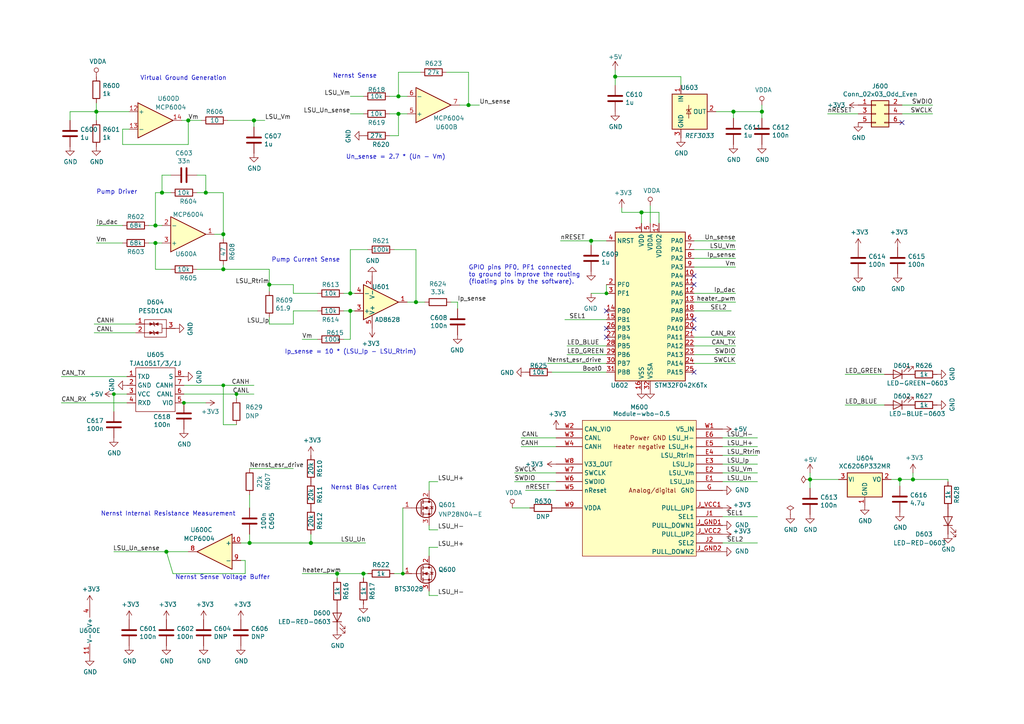
<source format=kicad_sch>
(kicad_sch (version 20211123) (generator eeschema)
  (paper "A4")
  (title_block (title "WBO") (date "2021-09-28") (rev "0.5") (company "rusefi.com"))
  (junction (at 135.89 30.48) (diameter 1.016))
  (junction (at 220.98 32.385) (diameter 1.016))
  (junction (at 171.45 69.85) (diameter 1.016))
  (junction (at 54.61 34.925) (diameter 1.016))
  (junction (at 234.95 139.065) (diameter 1.016))
  (junction (at 115.57 33.02) (diameter 1.016))
  (junction (at 64.77 111.76))
  (junction (at 72.39 157.48) (diameter 1.016))
  (junction (at 90.17 157.48) (diameter 1.016))
  (junction (at 101.6 85.09) (diameter 1.016))
  (junction (at 260.985 139.065) (diameter 1.016))
  (junction (at 116.84 166.37))
  (junction (at 264.795 139.065) (diameter 1.016))
  (junction (at 27.94 32.385) (diameter 1.016))
  (junction (at 33.02 114.3))
  (junction (at 48.26 160.02) (diameter 1.016))
  (junction (at 97.79 166.37) (diameter 1.016))
  (junction (at 178.435 22.225) (diameter 1.016))
  (junction (at 73.66 34.925) (diameter 1.016))
  (junction (at 64.77 78.105) (diameter 1.016))
  (junction (at 115.57 27.94) (diameter 1.016))
  (junction (at 78.105 82.55) (diameter 1.016))
  (junction (at 105.41 166.37) (diameter 1.016))
  (junction (at 101.6 90.17) (diameter 1.016))
  (junction (at 45.085 65.405) (diameter 1.016))
  (junction (at 46.99 55.88) (diameter 1.016))
  (junction (at 59.69 55.88) (diameter 1.016))
  (junction (at 68.58 114.3))
  (junction (at 175.895 85.09))
  (junction (at 186.055 61.595) (diameter 1.016))
  (junction (at 212.725 32.385) (diameter 1.016))
  (junction (at 120.65 87.63) (diameter 1.016))
  (junction (at 53.34 116.84))
  (junction (at 45.085 70.485) (diameter 1.016))
  (junction (at 64.77 67.945) (diameter 1.016))
  (no_connect (at 175.895 95.25))
  (no_connect (at 175.895 97.79))
  (no_connect (at 201.295 107.95))
  (no_connect (at 201.295 92.71))
  (no_connect (at 201.295 95.25))
  (no_connect (at 175.895 90.17))
  (no_connect (at 261.62 35.56))
  (no_connect (at 201.295 82.55))
  (no_connect (at 201.295 80.01))
  (wire (pts (xy 64.77 123.19) (xy 64.77 111.76)))
  (wire (pts (xy 73.66 114.3) (xy 68.58 114.3)))
  (wire (pts (xy 113.03 33.02) (xy 115.57 33.02)))
  (wire (pts (xy 87.63 98.425) (xy 92.075 98.425)))
  (wire (pts (xy 191.135 61.595) (xy 191.135 64.77)))
  (wire (pts (xy 213.36 77.47) (xy 201.295 77.47)))
  (wire (pts (xy 220.98 32.385) (xy 220.98 34.29)))
  (wire (pts (xy 27.305 93.98) (xy 39.37 93.98)))
  (wire (pts (xy 124.46 153.67) (xy 127 153.67)))
  (wire (pts (xy 164.465 102.87) (xy 175.895 102.87)))
  (wire (pts (xy 264.795 139.065) (xy 260.985 139.065)))
  (wire (pts (xy 48.26 160.02) (xy 50.165 166.37)))
  (wire (pts (xy 163.83 92.71) (xy 175.895 92.71)))
  (wire (pts (xy 76.835 34.925) (xy 73.66 34.925)))
  (wire (pts (xy 213.36 85.09) (xy 201.295 85.09)))
  (wire (pts (xy 46.99 55.88) (xy 49.53 55.88)))
  (wire (pts (xy 101.6 27.94) (xy 105.41 27.94)))
  (wire (pts (xy 99.695 98.425) (xy 101.6 98.425)))
  (wire (pts (xy 64.77 111.76) (xy 73.66 111.76)))
  (wire (pts (xy 264.795 139.065) (xy 274.955 139.065)))
  (wire (pts (xy 264.795 137.16) (xy 264.795 139.065)))
  (wire (pts (xy 20.32 32.385) (xy 27.94 32.385)))
  (wire (pts (xy 270.51 33.02) (xy 261.62 33.02)))
  (wire (pts (xy 45.085 65.405) (xy 46.99 65.405)))
  (wire (pts (xy 139.065 30.48) (xy 135.89 30.48)))
  (wire (pts (xy 85.09 82.55) (xy 85.09 85.09)))
  (wire (pts (xy 171.45 69.85) (xy 162.56 69.85)))
  (wire (pts (xy 35.56 41.91) (xy 54.61 41.91)))
  (wire (pts (xy 68.58 114.3) (xy 68.58 115.57)))
  (wire (pts (xy 64.77 78.105) (xy 78.105 78.105)))
  (wire (pts (xy 72.39 157.48) (xy 90.17 157.48)))
  (wire (pts (xy 99.695 85.09) (xy 101.6 85.09)))
  (wire (pts (xy 20.32 34.925) (xy 20.32 32.385)))
  (wire (pts (xy 209.55 139.7) (xy 219.71 139.7)))
  (wire (pts (xy 72.39 147.32) (xy 72.39 143.51)))
  (wire (pts (xy 78.105 82.55) (xy 85.09 82.55)))
  (wire (pts (xy 33.02 114.3) (xy 33.02 119.38)))
  (wire (pts (xy 124.46 152.4) (xy 124.46 153.67)))
  (wire (pts (xy 180.34 61.595) (xy 180.34 60.325)))
  (wire (pts (xy 106.68 72.39) (xy 101.6 72.39)))
  (wire (pts (xy 114.3 72.39) (xy 120.65 72.39)))
  (wire (pts (xy 85.09 135.89) (xy 72.39 135.89)))
  (wire (pts (xy 220.98 30.48) (xy 220.98 32.385)))
  (wire (pts (xy 49.53 50.8) (xy 46.99 50.8)))
  (wire (pts (xy 17.78 116.84) (xy 36.83 116.84)))
  (wire (pts (xy 64.77 55.88) (xy 64.77 67.945)))
  (wire (pts (xy 78.105 84.455) (xy 78.105 82.55)))
  (wire (pts (xy 180.34 61.595) (xy 186.055 61.595)))
  (wire (pts (xy 64.77 78.105) (xy 64.77 76.835)))
  (wire (pts (xy 27.94 29.845) (xy 27.94 32.385)))
  (wire (pts (xy 90.17 154.94) (xy 90.17 157.48)))
  (wire (pts (xy 245.11 108.585) (xy 256.54 108.585)))
  (wire (pts (xy 106.68 166.37) (xy 105.41 166.37)))
  (wire (pts (xy 116.84 166.37) (xy 114.3 166.37)))
  (wire (pts (xy 69.85 157.48) (xy 72.39 157.48)))
  (wire (pts (xy 240.03 33.02) (xy 248.92 33.02)))
  (wire (pts (xy 124.46 171.45) (xy 124.46 172.72)))
  (wire (pts (xy 124.46 172.72) (xy 127 172.72)))
  (wire (pts (xy 68.58 123.19) (xy 64.77 123.19)))
  (wire (pts (xy 99.695 90.17) (xy 101.6 90.17)))
  (wire (pts (xy 64.77 69.215) (xy 64.77 67.945)))
  (wire (pts (xy 213.36 97.79) (xy 201.295 97.79)))
  (wire (pts (xy 59.69 55.88) (xy 64.77 55.88)))
  (wire (pts (xy 209.55 127) (xy 219.71 127)))
  (wire (pts (xy 73.66 36.83) (xy 73.66 34.925)))
  (wire (pts (xy 50.165 166.37) (xy 71.12 166.37)))
  (wire (pts (xy 116.84 147.32) (xy 116.84 166.37)))
  (wire (pts (xy 148.59 147.32) (xy 153.67 147.32)))
  (wire (pts (xy 33.02 114.3) (xy 36.83 114.3)))
  (wire (pts (xy 243.205 139.065) (xy 234.95 139.065)))
  (wire (pts (xy 201.295 102.87) (xy 213.36 102.87)))
  (wire (pts (xy 261.62 30.48) (xy 270.51 30.48)))
  (wire (pts (xy 135.89 20.955) (xy 135.89 30.48)))
  (wire (pts (xy 57.15 55.88) (xy 59.69 55.88)))
  (wire (pts (xy 245.11 117.475) (xy 256.54 117.475)))
  (wire (pts (xy 120.65 87.63) (xy 123.19 87.63)))
  (wire (pts (xy 115.57 39.37) (xy 113.03 39.37)))
  (wire (pts (xy 64.77 67.945) (xy 62.23 67.945)))
  (wire (pts (xy 132.715 87.63) (xy 130.81 87.63)))
  (wire (pts (xy 54.61 41.91) (xy 54.61 34.925)))
  (wire (pts (xy 209.55 149.86) (xy 219.71 149.86)))
  (wire (pts (xy 59.69 116.84) (xy 53.34 116.84)))
  (wire (pts (xy 45.085 55.88) (xy 46.99 55.88)))
  (wire (pts (xy 71.12 166.37) (xy 71.12 162.56)))
  (wire (pts (xy 115.57 33.02) (xy 118.11 33.02)))
  (wire (pts (xy 27.305 96.52) (xy 39.37 96.52)))
  (wire (pts (xy 46.99 50.8) (xy 46.99 55.88)))
  (wire (pts (xy 209.55 132.08) (xy 219.71 132.08)))
  (wire (pts (xy 197.485 22.225) (xy 178.435 22.225)))
  (wire (pts (xy 105.41 166.37) (xy 105.41 167.64)))
  (wire (pts (xy 54.61 34.925) (xy 52.705 34.925)))
  (wire (pts (xy 118.11 27.94) (xy 115.57 27.94)))
  (wire (pts (xy 186.055 64.77) (xy 186.055 61.595)))
  (wire (pts (xy 45.085 78.105) (xy 45.085 70.485)))
  (wire (pts (xy 101.6 90.17) (xy 101.6 98.425)))
  (wire (pts (xy 45.085 55.88) (xy 45.085 65.405)))
  (wire (pts (xy 27.94 70.485) (xy 35.56 70.485)))
  (wire (pts (xy 27.94 65.405) (xy 35.56 65.405)))
  (wire (pts (xy 161.29 139.7) (xy 149.225 139.7)))
  (wire (pts (xy 37.465 37.465) (xy 35.56 37.465)))
  (wire (pts (xy 72.39 157.48) (xy 72.39 154.94)))
  (wire (pts (xy 213.36 72.39) (xy 201.295 72.39)))
  (wire (pts (xy 207.645 32.385) (xy 212.725 32.385)))
  (wire (pts (xy 209.55 134.62) (xy 219.71 134.62)))
  (wire (pts (xy 178.435 24.765) (xy 178.435 22.225)))
  (wire (pts (xy 27.94 32.385) (xy 37.465 32.385)))
  (wire (pts (xy 178.435 22.225) (xy 178.435 20.32)))
  (wire (pts (xy 124.46 139.7) (xy 127 139.7)))
  (wire (pts (xy 78.105 78.105) (xy 78.105 82.55)))
  (wire (pts (xy 97.79 167.64) (xy 97.79 166.37)))
  (wire (pts (xy 149.225 137.16) (xy 161.29 137.16)))
  (wire (pts (xy 53.34 111.76) (xy 64.77 111.76)))
  (wire (pts (xy 234.95 137.16) (xy 234.95 139.065)))
  (wire (pts (xy 171.45 85.09) (xy 175.895 85.09)))
  (wire (pts (xy 120.65 87.63) (xy 118.11 87.63)))
  (wire (pts (xy 73.66 34.925) (xy 66.04 34.925)))
  (wire (pts (xy 161.29 129.54) (xy 151.13 129.54)))
  (wire (pts (xy 92.075 90.17) (xy 85.09 90.17)))
  (wire (pts (xy 160.02 107.95) (xy 175.895 107.95)))
  (wire (pts (xy 201.295 90.17) (xy 212.09 90.17)))
  (wire (pts (xy 186.055 61.595) (xy 191.135 61.595)))
  (wire (pts (xy 175.895 85.09) (xy 175.895 82.55)))
  (wire (pts (xy 27.94 32.385) (xy 27.94 34.925)))
  (wire (pts (xy 17.78 109.22) (xy 36.83 109.22)))
  (wire (pts (xy 201.295 74.93) (xy 213.36 74.93)))
  (wire (pts (xy 85.09 93.98) (xy 78.105 93.98)))
  (wire (pts (xy 120.65 72.39) (xy 120.65 87.63)))
  (wire (pts (xy 101.6 33.02) (xy 105.41 33.02)))
  (wire (pts (xy 35.56 37.465) (xy 35.56 41.91)))
  (wire (pts (xy 161.29 127) (xy 151.13 127)))
  (wire (pts (xy 85.09 90.17) (xy 85.09 93.98)))
  (wire (pts (xy 209.55 137.16) (xy 219.71 137.16)))
  (wire (pts (xy 33.02 160.02) (xy 48.26 160.02)))
  (wire (pts (xy 171.45 71.12) (xy 171.45 69.85)))
  (wire (pts (xy 53.34 114.3) (xy 68.58 114.3)))
  (wire (pts (xy 57.15 50.8) (xy 59.69 50.8)))
  (wire (pts (xy 124.46 142.24) (xy 124.46 139.7)))
  (wire (pts (xy 132.715 89.535) (xy 132.715 87.63)))
  (wire (pts (xy 209.55 157.48) (xy 219.71 157.48)))
  (wire (pts (xy 71.12 162.56) (xy 69.85 162.56)))
  (wire (pts (xy 129.54 20.955) (xy 135.89 20.955)))
  (wire (pts (xy 152.4 142.24) (xy 161.29 142.24)))
  (wire (pts (xy 188.595 64.77) (xy 188.595 59.69)))
  (wire (pts (xy 158.75 105.41) (xy 175.895 105.41)))
  (wire (pts (xy 175.895 69.85) (xy 171.45 69.85)))
  (wire (pts (xy 212.725 32.385) (xy 212.725 34.29)))
  (wire (pts (xy 213.36 105.41) (xy 201.295 105.41)))
  (wire (pts (xy 115.57 39.37) (xy 115.57 33.02)))
  (wire (pts (xy 49.53 78.105) (xy 45.085 78.105)))
  (wire (pts (xy 115.57 20.955) (xy 121.92 20.955)))
  (wire (pts (xy 87.63 166.37) (xy 97.79 166.37)))
  (wire (pts (xy 115.57 27.94) (xy 113.03 27.94)))
  (wire (pts (xy 85.09 85.09) (xy 92.075 85.09)))
  (wire (pts (xy 197.485 24.765) (xy 197.485 22.225)))
  (wire (pts (xy 58.42 34.925) (xy 54.61 34.925)))
  (wire (pts (xy 101.6 85.09) (xy 102.87 85.09)))
  (wire (pts (xy 101.6 90.17) (xy 102.87 90.17)))
  (wire (pts (xy 101.6 72.39) (xy 101.6 85.09)))
  (wire (pts (xy 201.295 100.33) (xy 213.36 100.33)))
  (wire (pts (xy 78.105 92.075) (xy 78.105 93.98)))
  (wire (pts (xy 164.465 100.33) (xy 175.895 100.33)))
  (wire (pts (xy 90.17 157.48) (xy 106.045 157.48)))
  (wire (pts (xy 124.46 158.75) (xy 127 158.75)))
  (wire (pts (xy 124.46 161.29) (xy 124.46 158.75)))
  (wire (pts (xy 135.89 30.48) (xy 133.35 30.48)))
  (wire (pts (xy 201.295 69.85) (xy 213.36 69.85)))
  (wire (pts (xy 234.95 139.065) (xy 234.95 141.605)))
  (wire (pts (xy 45.085 70.485) (xy 46.99 70.485)))
  (wire (pts (xy 213.36 87.63) (xy 201.295 87.63)))
  (wire (pts (xy 43.18 65.405) (xy 45.085 65.405)))
  (wire (pts (xy 59.69 50.8) (xy 59.69 55.88)))
  (wire (pts (xy 209.55 129.54) (xy 219.71 129.54)))
  (wire (pts (xy 260.985 140.97) (xy 260.985 139.065)))
  (wire (pts (xy 212.725 32.385) (xy 220.98 32.385)))
  (wire (pts (xy 57.15 78.105) (xy 64.77 78.105)))
  (wire (pts (xy 274.955 139.065) (xy 274.955 139.7)))
  (wire (pts (xy 97.79 166.37) (xy 105.41 166.37)))
  (wire (pts (xy 43.18 70.485) (xy 45.085 70.485)))
  (wire (pts (xy 48.26 160.02) (xy 54.61 160.02)))
  (wire (pts (xy 115.57 27.94) (xy 115.57 20.955)))
  (wire (pts (xy 260.985 139.065) (xy 258.445 139.065)))
  (text "Nernst Sense" (at 96.52 22.86 0) (effects (font (size 1.27 1.27)) (justify left bottom)))
  (text "Pump Driver" (at 27.94 56.515 0) (effects (font (size 1.27 1.27)) (justify left bottom)))
  (text "Virtual Ground Generation" (at 40.64 23.495 0) (effects (font (size 1.27 1.27)) (justify left bottom)))
  (text "Nernst Internal Resistance Measurement" (at 29.21 149.86 0) (effects (font (size 1.27 1.27)) (justify left bottom)))
  (text "Nernst Bias Current" (at 95.885 142.24 0) (effects (font (size 1.27 1.27)) (justify left bottom)))
  (text "Nernst Sense Voltage Buffer" (at 50.8 168.275 0) (effects (font (size 1.27 1.27)) (justify left bottom)))
  (text "Un_sense = 2.7 * (Un - Vm)" (at 100.33 46.355 0) (effects (font (size 1.27 1.27)) (justify left bottom)))
  (text "Pump Current Sense" (at 78.74 76.2 0) (effects (font (size 1.27 1.27)) (justify left bottom)))
  (text "Ip_sense = 10 * (LSU_Ip - LSU_Rtrim)" (at 82.55 102.87 0) (effects (font (size 1.27 1.27)) (justify left bottom)))
  (text "GPIO pins PF0, PF1 connected \nto ground to improve the routing\n(floating pins by the software)." (at 135.89 82.55 0) (effects (font (size 1.27 1.27)) (justify left bottom)))
  (label "LSU_H-" (at 127 153.67 0))
  (label "Nernst_esr_drive" (at 158.75 105.41 0))
  (label "LSU_Vm" (at 210.82 137.16 0))
  (label "LSU_Vm" (at 213.36 72.39 180))
  (label "LSU_Un" (at 210.82 139.7 0))
  (label "LSU_Vm" (at 101.6 27.94 180))
  (label "Vm" (at 27.94 70.485 0))
  (label "LSU_Ip" (at 78.105 93.98 180))
  (label "SWDIO" (at 149.225 139.7 0))
  (label "CANH" (at 72.39 111.76 180))
  (label "heater_pwm" (at 213.36 87.63 180))
  (label "LSU_Rtrim" (at 210.82 132.08 0))
  (label "Vm" (at 54.61 34.925 0))
  (label "LSU_H-" (at 210.82 127 0))
  (label "LSU_Un" (at 106.045 157.48 180))
  (label "LED_GREEN" (at 245.11 108.585 0))
  (label "nRESET" (at 162.56 69.85 0))
  (label "Vm" (at 87.63 98.425 0))
  (label "Nernst_esr_drive" (at 72.39 135.89 0))
  (label "nRESET" (at 240.03 33.02 0))
  (label "nRESET" (at 152.4 142.24 0))
  (label "LSU_Un_sense" (at 101.6 33.02 180))
  (label "LED_BLUE" (at 164.465 100.33 0))
  (label "Boot0" (at 168.91 107.95 0))
  (label "LSU_Vm" (at 76.835 34.925 0))
  (label "Vm" (at 213.36 77.47 180))
  (label "CAN_TX" (at 213.36 100.33 180))
  (label "Un_sense" (at 139.065 30.48 0))
  (label "LSU_Rtrim" (at 78.105 82.55 180))
  (label "Un_sense" (at 213.36 69.85 180))
  (label "CANH" (at 27.94 93.98 0))
  (label "Ip_sense" (at 132.715 87.63 0))
  (label "LSU_Ip" (at 210.82 134.62 0))
  (label "SWCLK" (at 149.225 137.16 0))
  (label "CANL" (at 27.94 96.52 0))
  (label "Ip_dac" (at 213.36 85.09 180))
  (label "Ip_sense" (at 213.36 74.93 180))
  (label "LED_BLUE" (at 245.11 117.475 0))
  (label "CAN_TX" (at 17.78 109.22 0))
  (label "SWDIO" (at 213.36 102.87 180))
  (label "Ip_dac" (at 27.94 65.405 0))
  (label "LSU_Un_sense" (at 46.355 160.02 180))
  (label "SWCLK" (at 213.36 105.41 180))
  (label "SEL1" (at 165.1 92.71 0))
  (label "LSU_H+" (at 210.82 129.54 0))
  (label "SEL1" (at 210.82 149.86 0))
  (label "heater_pwm" (at 87.63 166.37 0))
  (label "SWDIO" (at 270.51 30.48 180))
  (label "CANH" (at 156.21 129.54 180))
  (label "CANL" (at 72.39 114.3 180))
  (label "CAN_RX" (at 17.78 116.84 0))
  (label "CANL" (at 156.21 127 180))
  (label "CAN_RX" (at 213.36 97.79 180))
  (label "SEL2" (at 210.82 157.48 0))
  (label "LSU_H-" (at 127 172.72 0))
  (label "SWCLK" (at 270.51 33.02 180))
  (label "LSU_H+" (at 127 158.75 0))
  (label "LSU_H+" (at 127 139.7 0))
  (label "LED_GREEN" (at 164.465 102.87 0))
  (label "SEL2" (at 210.82 90.17 180))
  (symbol (lib_id "hellen1-wbo-rescue:R-Device") (at 109.22 33.02 90) (unit 1)
    (property "Reference" "R619" (at 109.22 35.56 90))
    (property "Value" "10k" (at 109.22 33.02 90))
    (property "Footprint" "Resistor_SMD:R_0402_1005Metric" (effects hide))
    (property "LCSC" "C25744" (effects hide))
  )
  (symbol (lib_id "hellen1-wbo-rescue:R-Device") (at 109.22 27.94 90) (unit 1)
    (property "Reference" "R618" (at 109.22 26.035 90))
    (property "Value" "10k" (at 109.22 27.94 90))
    (property "Footprint" "Resistor_SMD:R_0402_1005Metric" (effects hide))
    (property "LCSC" "C25744" (effects hide))
  )
  (symbol (lib_id "hellen1-wbo-rescue:R-Device") (at 125.73 20.955 90) (unit 1)
    (property "Reference" "R623" (at 125.73 18.415 90))
    (property "Value" "27k" (at 125.73 20.955 90))
    (property "Footprint" "Resistor_SMD:R_0402_1005Metric" (effects hide))
    (property "LCSC" "C25771" (effects hide))
  )
  (symbol (lib_id "hellen1-wbo-rescue:R-Device") (at 109.22 39.37 270) (unit 1)
    (property "Reference" "R620" (at 107.95 41.91 90) (effects (justify left)))
    (property "Value" "27k" (at 107.315 39.37 90) (effects (justify left)))
    (property "Footprint" "Resistor_SMD:R_0402_1005Metric" (effects hide))
    (property "LCSC" "C25771" (effects hide))
  )
  (symbol (lib_id "hellen1-wbo-rescue:GND-power") (at 105.41 39.37 270) (unit 1)
    (property "Reference" "#PWR0616" (effects hide))
    (property "Value" "GND" (at 101.0158 39.497 0))
  )
  (symbol (lib_id "hellen1-wbo-rescue:R-Device") (at 78.105 88.265 0) (unit 1)
    (property "Reference" "R609" (at 79.883 87.0966 0) (effects (justify left)))
    (property "Value" "61.9" (at 79.883 89.408 0) (effects (justify left)))
    (property "Footprint" "Resistor_SMD:R_0603_1608Metric" (effects hide))
    (property "LCSC" "C23092" (effects hide))
  )
  (symbol (lib_id "hellen1-wbo-rescue:R-Device") (at 27.94 26.035 0) (unit 1)
    (property "Reference" "R600" (at 29.718 24.8666 0) (effects (justify left)))
    (property "Value" "1k" (at 29.718 27.178 0) (effects (justify left)))
    (property "Footprint" "Resistor_SMD:R_0402_1005Metric" (effects hide))
    (property "LCSC" "C11702" (effects hide))
  )
  (symbol (lib_id "hellen1-wbo-rescue:R-Device") (at 27.94 38.735 0) (unit 1)
    (property "Reference" "R601" (at 29.718 37.5666 0) (effects (justify left)))
    (property "Value" "1k" (at 29.718 39.878 0) (effects (justify left)))
    (property "Footprint" "Resistor_SMD:R_0402_1005Metric" (effects hide))
    (property "LCSC" "C11702" (effects hide))
  )
  (symbol (lib_id "hellen1-wbo-rescue:GND-power") (at 27.94 42.545 0) (unit 1)
    (property "Reference" "#PWR0604" (effects hide))
    (property "Value" "GND" (at 28.067 46.9392 0))
  )
  (symbol (lib_id "hellen1-wbo-rescue:C-Device") (at 20.32 38.735 0) (unit 1)
    (property "Reference" "C600" (at 23.241 37.5666 0) (effects (justify left)))
    (property "Value" "1u" (at 23.241 39.878 0) (effects (justify left)))
    (property "Footprint" "Capacitor_SMD:C_0402_1005Metric" (effects hide))
    (property "LCSC" "C52923" (effects hide))
  )
  (symbol (lib_id "hellen1-wbo-rescue:GND-power") (at 20.32 42.545 0) (unit 1)
    (property "Reference" "#PWR0600" (effects hide))
    (property "Value" "GND" (at 20.447 46.9392 0))
  )
  (symbol (lib_id "hellen1-wbo-rescue:C-Device") (at 72.39 151.13 180) (unit 1)
    (property "Reference" "C605" (at 78.7908 151.13 90))
    (property "Value" "100n" (at 76.4794 151.13 90))
    (property "Footprint" "Capacitor_SMD:C_0402_1005Metric" (effects hide))
    (property "LCSC" "C1525" (effects hide))
  )
  (symbol (lib_id "hellen1-wbo-rescue:R-Device") (at 72.39 139.7 180) (unit 1)
    (property "Reference" "R607" (at 77.6478 139.7 90))
    (property "Value" "22k" (at 75.3364 139.7 90))
    (property "Footprint" "Resistor_SMD:R_0402_1005Metric" (effects hide))
    (property "LCSC" "C25768" (effects hide))
  )
  (symbol (lib_id "hellen1-wbo-rescue:R-Device") (at 95.885 85.09 270) (unit 1)
    (property "Reference" "R613" (at 95.885 82.55 90))
    (property "Value" "10k" (at 95.885 85.09 90))
    (property "Footprint" "Resistor_SMD:R_0402_1005Metric" (effects hide))
    (property "LCSC" "C25744" (effects hide))
  )
  (symbol (lib_id "hellen1-wbo-rescue:R-Device") (at 95.885 90.17 270) (unit 1)
    (property "Reference" "R614" (at 95.885 92.71 90))
    (property "Value" "10k" (at 95.885 90.17 90))
    (property "Footprint" "Resistor_SMD:R_0402_1005Metric" (effects hide))
    (property "LCSC" "C25744" (effects hide))
  )
  (symbol (lib_id "hellen1-wbo-rescue:R-Device") (at 95.885 98.425 270) (unit 1)
    (property "Reference" "R615" (at 94.615 96.52 90) (effects (justify left)))
    (property "Value" "100k" (at 93.98 98.425 90) (effects (justify left)))
    (property "Footprint" "Resistor_SMD:R_0402_1005Metric" (effects hide))
    (property "LCSC" "C25741" (effects hide))
  )
  (symbol (lib_id "hellen1-wbo-rescue:R-Device") (at 62.23 34.925 270) (unit 1)
    (property "Reference" "R606" (at 62.23 32.385 90))
    (property "Value" "10" (at 62.23 34.925 90))
    (property "Footprint" "Resistor_SMD:R_0402_1005Metric" (effects hide))
    (property "LCSC" "C25077" (effects hide))
  )
  (symbol (lib_id "hellen1-wbo-rescue:R-Device") (at 110.49 72.39 270) (unit 1)
    (property "Reference" "R621" (at 110.49 69.85 90))
    (property "Value" "100k" (at 110.49 72.39 90))
    (property "Footprint" "Resistor_SMD:R_0402_1005Metric" (effects hide))
    (property "LCSC" "C25741" (effects hide))
  )
  (symbol (lib_id "hellen1-wbo-rescue:R-Device") (at 64.77 73.025 180) (unit 1)
    (property "Reference" "R608" (at 67.31 73.025 90))
    (property "Value" "47" (at 64.77 73.025 90))
    (property "Footprint" "Resistor_SMD:R_0402_1005Metric" (effects hide))
    (property "LCSC" "C25118" (effects hide))
  )
  (symbol (lib_id "hellen1-wbo-rescue:C-Device") (at 73.66 40.64 0) (unit 1)
    (property "Reference" "C607" (at 76.581 39.4716 0) (effects (justify left)))
    (property "Value" "1u" (at 76.581 41.783 0) (effects (justify left)))
    (property "Footprint" "Capacitor_SMD:C_0402_1005Metric" (effects hide))
    (property "LCSC" "C52923" (effects hide))
  )
  (symbol (lib_id "hellen1-wbo-rescue:GND-power") (at 73.66 44.45 0) (unit 1)
    (property "Reference" "#PWR0613" (effects hide))
    (property "Value" "GND" (at 73.787 48.8442 0))
  )
  (symbol (lib_id "hellen1-wbo-rescue:C-Device") (at 234.95 145.415 0) (unit 1)
    (property "Reference" "C613" (at 237.871 144.2466 0) (effects (justify left)))
    (property "Value" "100n" (at 237.871 146.558 0) (effects (justify left)))
    (property "Footprint" "Capacitor_SMD:C_0402_1005Metric" (effects hide))
    (property "LCSC" "C1525" (effects hide))
  )
  (symbol (lib_id "hellen1-wbo-rescue:GND-power") (at 234.95 149.225 0) (unit 1)
    (property "Reference" "#PWR0637" (effects hide))
    (property "Value" "GND" (at 235.077 153.6192 0))
  )
  (symbol (lib_id "hellen1-wbo-rescue:+5V-power") (at 234.95 137.16 0) (unit 1)
    (property "Reference" "#PWR0636" (effects hide))
    (property "Value" "+5V" (at 234.95 133.35 0))
  )
  (symbol (lib_id "hellen1-wbo-rescue:XC6206PxxxMR-Regulator_Linear") (at 250.825 139.065 0) (unit 1)
    (property "Reference" "U604" (at 250.825 132.9182 0))
    (property "Value" "XC6206P332MR" (at 250.825 135.2296 0))
    (property "Footprint" "Package_TO_SOT_SMD:SOT-23" (effects hide))
    (property "Datasheet" "https://www.torexsemi.com/file/xc6206/XC6206.pdf" (effects hide))
    (property "LCSC" "C5446" (effects hide))
  )
  (symbol (lib_id "hellen1-wbo-rescue:GND-power") (at 250.825 146.685 0) (unit 1)
    (property "Reference" "#PWR0642" (effects hide))
    (property "Value" "GND" (at 250.952 151.0792 0))
  )
  (symbol (lib_id "hellen1-wbo-rescue:C-Device") (at 260.985 144.78 0) (unit 1)
    (property "Reference" "C616" (at 263.906 143.6116 0) (effects (justify left)))
    (property "Value" "4.7u" (at 263.906 145.923 0) (effects (justify left)))
    (property "Footprint" "Capacitor_SMD:C_0603_1608Metric" (effects hide))
    (property "LCSC" "C19666" (effects hide))
  )
  (symbol (lib_id "hellen1-wbo-rescue:GND-power") (at 260.985 148.59 0) (unit 1)
    (property "Reference" "#PWR0645" (effects hide))
    (property "Value" "GND" (at 261.112 152.9842 0))
  )
  (symbol (lib_id "hellen1-wbo-rescue:+3.3V-power") (at 264.795 137.16 0) (unit 1)
    (property "Reference" "#PWR0646" (effects hide))
    (property "Value" "+3.3V" (at 265.176 132.7658 0))
  )
  (symbol (lib_id "hellen1-wbo-rescue:R-Device") (at 90.17 151.13 180) (unit 1)
    (property "Reference" "R612" (at 92.71 151.13 90))
    (property "Value" "20k" (at 90.17 151.13 90))
    (property "Footprint" "Resistor_SMD:R_0402_1005Metric" (effects hide))
    (property "LCSC" "C25765" (effects hide))
  )
  (symbol (lib_id "hellen1-wbo-rescue:R-Device") (at 53.34 55.88 270) (unit 1)
    (property "Reference" "R604" (at 52.07 58.42 90) (effects (justify left)))
    (property "Value" "10k" (at 51.435 55.88 90) (effects (justify left)))
    (property "Footprint" "Resistor_SMD:R_0402_1005Metric" (effects hide))
    (property "LCSC" "C25744" (effects hide))
  )
  (symbol (lib_id "hellen1-wbo-rescue:R-Device") (at 53.34 78.105 270) (unit 1)
    (property "Reference" "R605" (at 52.07 80.645 90) (effects (justify left)))
    (property "Value" "10k" (at 51.435 78.105 90) (effects (justify left)))
    (property "Footprint" "Resistor_SMD:R_0402_1005Metric" (effects hide))
    (property "LCSC" "C25744" (effects hide))
  )
  (symbol (lib_id "hellen1-wbo-rescue:R-Device") (at 39.37 70.485 270) (unit 1)
    (property "Reference" "R603" (at 39.37 73.025 90))
    (property "Value" "68k" (at 39.37 70.485 90))
    (property "Footprint" "Resistor_SMD:R_0402_1005Metric" (effects hide))
    (property "LCSC" "C36871" (effects hide))
  )
  (symbol (lib_id "hellen1-wbo-rescue:R-Device") (at 39.37 65.405 90) (unit 1)
    (property "Reference" "R602" (at 39.37 62.865 90))
    (property "Value" "68k" (at 39.37 65.405 90))
    (property "Footprint" "Resistor_SMD:R_0402_1005Metric" (effects hide))
    (property "LCSC" "C36871" (effects hide))
  )
  (symbol (lib_id "hellen1-wbo-rescue:MCP6004-Amplifier_Operational") (at 125.73 30.48 0) (mirror x) (unit 2)
    (property "Reference" "U600" (at 129.54 36.83 0))
    (property "Value" "MCP6004" (at 130.175 34.29 0))
    (property "Footprint" "Package_SO:TSSOP-14_4.4x5mm_P0.65mm" (effects hide))
    (property "Datasheet" "http://ww1.microchip.com/downloads/en/DeviceDoc/21733j.pdf" (effects hide))
    (property "LCSC" "C50282" (effects hide))
  )
  (symbol (lib_id "hellen1-wbo-rescue:MCP6004-Amplifier_Operational") (at 54.61 67.945 0) (mirror x) (unit 1)
    (property "Reference" "U600" (at 53.975 73.66 0))
    (property "Value" "MCP6004" (at 54.61 62.23 0))
    (property "Footprint" "Package_SO:TSSOP-14_4.4x5mm_P0.65mm" (effects hide))
    (property "Datasheet" "http://ww1.microchip.com/downloads/en/DeviceDoc/21733j.pdf" (effects hide))
    (property "LCSC" "C50282" (effects hide))
  )
  (symbol (lib_id "hellen1-wbo-rescue:MCP6004-Amplifier_Operational") (at 62.23 160.02 0) (mirror y) (unit 3)
    (property "Reference" "U600" (at 58.42 153.67 0))
    (property "Value" "MCP6004" (at 57.785 156.21 0))
    (property "Footprint" "Package_SO:TSSOP-14_4.4x5mm_P0.65mm" (effects hide))
    (property "Datasheet" "http://ww1.microchip.com/downloads/en/DeviceDoc/21733j.pdf" (effects hide))
    (property "LCSC" "C50282" (effects hide))
  )
  (symbol (lib_id "hellen1-wbo-rescue:MCP6004-Amplifier_Operational") (at 45.085 34.925 0) (unit 4)
    (property "Reference" "U600" (at 48.895 28.575 0))
    (property "Value" "MCP6004" (at 49.53 31.115 0))
    (property "Footprint" "Package_SO:TSSOP-14_4.4x5mm_P0.65mm" (effects hide))
    (property "Datasheet" "http://ww1.microchip.com/downloads/en/DeviceDoc/21733j.pdf" (effects hide))
    (property "LCSC" "C50282" (effects hide))
  )
  (symbol (lib_id "hellen1-wbo-rescue:C-Device") (at 53.34 50.8 270) (unit 1)
    (property "Reference" "C603" (at 53.34 44.3992 90))
    (property "Value" "33n" (at 53.34 46.7106 90))
    (property "Footprint" "Capacitor_SMD:C_0402_1005Metric" (effects hide))
    (property "LCSC" "C1585" (effects hide))
  )
  (symbol (lib_id "hellen1-wbo-rescue:+3.3V-power") (at 180.34 60.325 0) (unit 1)
    (property "Reference" "#PWR0625" (effects hide))
    (property "Value" "+3.3V" (at 180.721 55.9308 0))
  )
  (symbol (lib_id "hellen1-wbo-rescue:C-Device") (at 212.725 38.1 0) (unit 1)
    (property "Reference" "C611" (at 215.646 36.9316 0) (effects (justify left)))
    (property "Value" "1u" (at 215.646 39.243 0) (effects (justify left)))
    (property "Footprint" "Capacitor_SMD:C_0402_1005Metric" (effects hide))
    (property "LCSC" "C52923" (effects hide))
  )
  (symbol (lib_id "hellen1-wbo-rescue:C-Device") (at 220.98 38.1 0) (unit 1)
    (property "Reference" "C612" (at 223.901 36.9316 0) (effects (justify left)))
    (property "Value" "100n" (at 223.901 39.243 0) (effects (justify left)))
    (property "Footprint" "Capacitor_SMD:C_0402_1005Metric" (effects hide))
    (property "LCSC" "C1525" (effects hide))
  )
  (symbol (lib_id "hellen1-wbo-rescue:GND-power") (at 212.725 41.91 0) (unit 1)
    (property "Reference" "#PWR0632" (effects hide))
    (property "Value" "GND" (at 212.852 46.3042 0))
  )
  (symbol (lib_id "hellen1-wbo-rescue:GND-power") (at 220.98 41.91 0) (unit 1)
    (property "Reference" "#PWR0634" (effects hide))
    (property "Value" "GND" (at 221.107 46.3042 0))
  )
  (symbol (lib_id "hellen1-wbo-rescue:+3.3V-power") (at 90.17 132.08 0) (unit 1)
    (property "Reference" "#PWR0614" (effects hide))
    (property "Value" "+3.3V" (at 90.551 127.6858 0))
  )
  (symbol (lib_id "hellen1-wbo-rescue:MCP6004-Amplifier_Operational") (at 28.575 182.88 0) (unit 5)
    (property "Reference" "U600" (at 26.035 182.88 0))
    (property "Value" "MCP6004" (effects hide))
    (property "Footprint" "Package_SO:TSSOP-14_4.4x5mm_P0.65mm" (effects hide))
    (property "Datasheet" "http://ww1.microchip.com/downloads/en/DeviceDoc/21733j.pdf" (effects hide))
    (property "LCSC" "C50282" (effects hide))
  )
  (symbol (lib_id "hellen1-wbo-rescue:GND-power") (at 26.035 190.5 0) (unit 1)
    (property "Reference" "#PWR0602" (effects hide))
    (property "Value" "GND" (at 26.162 194.8942 0))
  )
  (symbol (lib_id "hellen1-wbo-rescue:+3.3V-power") (at 107.95 95.25 180) (unit 1)
    (property "Reference" "#PWR0619" (effects hide))
    (property "Value" "+3.3V" (at 107.569 99.6442 0))
  )
  (symbol (lib_id "hellen1-wbo-rescue:+3.3V-power") (at 26.035 175.26 0) (unit 1)
    (property "Reference" "#PWR0601" (effects hide))
    (property "Value" "+3.3V" (at 26.416 170.8658 0))
  )
  (symbol (lib_id "hellen1-wbo-rescue:AD8603-Amplifier_Operational") (at 110.49 87.63 0) (mirror x) (unit 1)
    (property "Reference" "U601" (at 110.49 83.185 0))
    (property "Value" "AD8628" (at 112.395 92.71 0))
    (property "Footprint" "Package_TO_SOT_SMD:TSOT-23-5" (effects hide))
    (property "Datasheet" "https://www.analog.com/media/en/technical-documentation/data-sheets/AD8603_8607_8609.pdf" (effects hide))
    (property "LCSC" "C29309" (effects hide))
  )
  (symbol (lib_id "hellen1-wbo-rescue:GND-power") (at 107.95 80.01 0) (mirror x) (unit 1)
    (property "Reference" "#PWR0618" (effects hide))
    (property "Value" "GND" (at 108.077 75.6158 0))
  )
  (symbol (lib_id "hellen1-wbo-rescue:LED-Device") (at 260.35 117.475 180) (unit 1)
    (property "Reference" "D602" (at 259.08 114.935 0) (effects (justify right)))
    (property "Value" "LED-BLUE-0603" (at 257.81 120.015 0) (effects (justify right)))
    (property "Footprint" "LED_SMD:LED_0603_1608Metric" (effects hide))
    (property "LCSC" "C72041" (effects hide))
  )
  (symbol (lib_id "hellen1-wbo-rescue:R-Device") (at 267.97 117.475 270) (unit 1)
    (property "Reference" "R627" (at 267.97 114.935 90))
    (property "Value" "1k" (at 267.97 117.475 90))
    (property "Footprint" "Resistor_SMD:R_0402_1005Metric" (effects hide))
    (property "LCSC" "C11702" (effects hide))
  )
  (symbol (lib_id "hellen1-wbo-rescue:GND-power") (at 271.78 117.475 90) (unit 1)
    (property "Reference" "#PWR0648" (effects hide))
    (property "Value" "GND" (at 276.1742 117.348 0))
  )
  (symbol (lib_id "hellen1-wbo-rescue:GND-power") (at 186.055 113.03 0) (unit 1)
    (property "Reference" "#PWR0626" (effects hide))
    (property "Value" "GND" (effects hide))
  )
  (symbol (lib_id "hellen1-wbo-rescue:GND-power") (at 188.595 113.03 0) (unit 1)
    (property "Reference" "#PWR0628" (effects hide))
    (property "Value" "GND" (effects hide))
  )
  (symbol (lib_id "hellen1-wbo-rescue:GND-power") (at 59.055 187.325 0) (unit 1)
    (property "Reference" "#PWR0610" (effects hide))
    (property "Value" "GND" (at 59.182 191.7192 0))
  )
  (symbol (lib_id "hellen1-wbo-rescue:+3.3V-power") (at 59.055 179.705 0) (unit 1)
    (property "Reference" "#PWR0609" (effects hide))
    (property "Value" "+3.3V" (at 59.436 175.3108 0))
  )
  (symbol (lib_id "hellen1-wbo-rescue:C-Device") (at 59.055 183.515 0) (unit 1)
    (property "Reference" "C604" (at 61.976 182.3466 0) (effects (justify left)))
    (property "Value" "DNP" (at 61.976 184.658 0) (effects (justify left)))
    (property "Footprint" "Capacitor_SMD:C_0402_1005Metric" (effects hide))
  )
  (symbol (lib_id "hellen1-wbo-rescue:GND-power") (at 69.85 187.325 0) (unit 1)
    (property "Reference" "#PWR0612" (effects hide))
    (property "Value" "GND" (at 69.977 191.7192 0))
  )
  (symbol (lib_id "hellen1-wbo-rescue:+3.3V-power") (at 69.85 179.705 0) (unit 1)
    (property "Reference" "#PWR0611" (effects hide))
    (property "Value" "+3.3V" (at 70.231 175.3108 0))
  )
  (symbol (lib_id "hellen1-wbo-rescue:C-Device") (at 69.85 183.515 0) (unit 1)
    (property "Reference" "C606" (at 72.771 182.3466 0) (effects (justify left)))
    (property "Value" "DNP" (at 72.771 184.658 0) (effects (justify left)))
    (property "Footprint" "Capacitor_SMD:C_0402_1005Metric" (effects hide))
  )
  (symbol (lib_id "hellen1-wbo-rescue:R-Device") (at 90.17 143.51 180) (unit 1)
    (property "Reference" "R611" (at 92.71 143.51 90))
    (property "Value" "20k" (at 90.17 143.51 90))
    (property "Footprint" "Resistor_SMD:R_0402_1005Metric" (effects hide))
    (property "LCSC" "C25765" (effects hide))
  )
  (symbol (lib_id "hellen1-wbo-rescue:LED-Device") (at 274.955 151.13 90) (unit 1)
    (property "Reference" "D603" (at 265.43 154.94 90) (effects (justify right)))
    (property "Value" "LED-RED-0603" (at 259.08 157.48 90) (effects (justify right)))
    (property "Footprint" "LED_SMD:LED_0603_1608Metric" (effects hide))
    (property "LCSC" "C2286" (effects hide))
  )
  (symbol (lib_id "hellen1-wbo-rescue:R-Device") (at 274.955 143.51 180) (unit 1)
    (property "Reference" "R628" (at 277.495 143.51 90))
    (property "Value" "1k" (at 274.955 143.51 90))
    (property "Footprint" "Resistor_SMD:R_0402_1005Metric" (effects hide))
    (property "LCSC" "C11702" (effects hide))
  )
  (symbol (lib_id "hellen1-wbo-rescue:GND-power") (at 274.955 154.94 0) (unit 1)
    (property "Reference" "#PWR0649" (effects hide))
    (property "Value" "GND" (at 275.082 159.3342 0))
  )
  (symbol (lib_id "hellen1-wbo-rescue:GND-power") (at 48.26 187.325 0) (unit 1)
    (property "Reference" "#PWR0608" (effects hide))
    (property "Value" "GND" (at 48.387 191.7192 0))
  )
  (symbol (lib_id "hellen1-wbo-rescue:+3.3V-power") (at 48.26 179.705 0) (unit 1)
    (property "Reference" "#PWR0607" (effects hide))
    (property "Value" "+3.3V" (at 48.641 175.3108 0))
  )
  (symbol (lib_id "hellen1-wbo-rescue:C-Device") (at 48.26 183.515 0) (unit 1)
    (property "Reference" "C602" (at 51.181 182.3466 0) (effects (justify left)))
    (property "Value" "100n" (at 51.181 184.658 0) (effects (justify left)))
    (property "Footprint" "Capacitor_SMD:C_0402_1005Metric" (effects hide))
    (property "LCSC" "C1525" (effects hide))
  )
  (symbol (lib_id "hellen1-wbo-rescue:C-Device") (at 171.45 74.93 0) (unit 1)
    (property "Reference" "C609" (at 174.371 73.7616 0) (effects (justify left)))
    (property "Value" "1u" (at 174.371 76.073 0) (effects (justify left)))
    (property "Footprint" "Capacitor_SMD:C_0402_1005Metric" (effects hide))
    (property "LCSC" "C52923" (effects hide))
  )
  (symbol (lib_id "hellen1-wbo-rescue:GND-power") (at 171.45 78.74 0) (unit 1)
    (property "Reference" "#PWR0622" (effects hide))
    (property "Value" "GND" (effects hide))
  )
  (symbol (lib_id "hellen1-wbo-rescue:C-Device") (at 132.715 93.345 0) (mirror y) (unit 1)
    (property "Reference" "C608" (at 129.794 92.1766 0) (effects (justify left)))
    (property "Value" "100n" (at 129.794 94.488 0) (effects (justify left)))
    (property "Footprint" "Capacitor_SMD:C_0402_1005Metric" (effects hide))
    (property "LCSC" "C1525" (effects hide))
  )
  (symbol (lib_id "hellen1-wbo-rescue:R-Device") (at 127 87.63 90) (mirror x) (unit 1)
    (property "Reference" "R624" (at 127 82.3722 90))
    (property "Value" "3.3k" (at 127 84.6836 90))
    (property "Footprint" "Resistor_SMD:R_0402_1005Metric" (effects hide))
    (property "LCSC" "C25890" (effects hide))
  )
  (symbol (lib_id "hellen1-wbo-rescue:GND-power") (at 132.715 97.155 0) (mirror y) (unit 1)
    (property "Reference" "#PWR0620" (effects hide))
    (property "Value" "GND" (at 132.588 101.5492 0))
  )
  (symbol (lib_id "hellen1-wbo-rescue:REF3033-Reference_Voltage") (at 200.025 32.385 0) (unit 1)
    (property "Reference" "U603" (at 202.565 25.4 0) (effects (justify right)))
    (property "Value" "REF3033" (at 207.01 39.37 0) (effects (font italic) (justify right)))
    (property "Footprint" "Package_TO_SOT_SMD:SOT-23" (effects hide))
    (property "Datasheet" "http://www.ti.com/lit/ds/symlink/ref3033.pdf" (effects hide))
    (property "LCSC" "C36658" (effects hide))
  )
  (symbol (lib_id "hellen1-wbo-rescue:GND-power") (at 197.485 40.005 0) (unit 1)
    (property "Reference" "#PWR0629" (effects hide))
    (property "Value" "GND" (at 197.612 44.3992 0))
  )
  (symbol (lib_id "hellen1-wbo-rescue:+5V-power") (at 178.435 20.32 0) (unit 1)
    (property "Reference" "#PWR0623" (effects hide))
    (property "Value" "+5V" (at 178.435 16.51 0))
  )
  (symbol (lib_id "hellen1-wbo-rescue:VDDA-power") (at 220.98 30.48 0) (unit 1)
    (property "Reference" "#PWR0633" (effects hide))
    (property "Value" "VDDA" (at 221.4118 26.0858 0))
  )
  (symbol (lib_id "hellen1-wbo-rescue:VDDA-power") (at 188.595 59.69 0) (unit 1)
    (property "Reference" "#PWR0627" (effects hide))
    (property "Value" "VDDA" (at 189.0268 55.2958 0))
  )
  (symbol (lib_id "hellen1-wbo-rescue:VDDA-power") (at 27.94 22.225 0) (unit 1)
    (property "Reference" "#PWR0603" (effects hide))
    (property "Value" "VDDA" (at 28.3718 17.8308 0))
  )
  (symbol (lib_id "hellen1-wbo-rescue:C-Device") (at 178.435 28.575 0) (unit 1)
    (property "Reference" "C610" (at 181.356 27.4066 0) (effects (justify left)))
    (property "Value" "1u" (at 181.356 29.718 0) (effects (justify left)))
    (property "Footprint" "Capacitor_SMD:C_0402_1005Metric" (effects hide))
    (property "LCSC" "C52923" (effects hide))
  )
  (symbol (lib_id "hellen1-wbo-rescue:STM32F042K6Tx-MCU_ST_STM32F0") (at 188.595 87.63 0) (unit 1)
    (property "Reference" "U602" (at 179.705 111.76 0))
    (property "Value" "STM32F042K6Tx" (at 197.485 111.76 0))
    (property "Footprint" "Package_QFP:LQFP-32_7x7mm_P0.8mm" (effects hide))
    (property "Datasheet" "http://www.st.com/st-web-ui/static/active/en/resource/technical/document/datasheet/DM00105814.pdf" (effects hide))
    (property "LCSC" "C69216" (effects hide))
  )
  (symbol (lib_id "hellen1-wbo-rescue:GND-power") (at 178.435 32.385 0) (unit 1)
    (property "Reference" "#PWR0624" (effects hide))
    (property "Value" "GND" (at 178.562 36.7792 0))
  )
  (symbol (lib_id "hellen1-wbo-rescue:Q_NMOS_GDS-Device") (at 121.92 166.37 0) (unit 1)
    (property "Reference" "Q600" (at 127.1016 165.2016 0) (effects (justify left)))
    (property "Value" "BTS3028" (at 114.3 170.815 0) (effects (justify left)))
    (property "Footprint" "Package_TO_SOT_SMD:TO-252-2" (effects hide))
    (property "LCSC" "C112639" (effects hide))
  )
  (symbol (lib_id "hellen1-wbo-rescue:R-Device") (at 110.49 166.37 270) (unit 1)
    (property "Reference" "R622" (at 110.49 163.83 90))
    (property "Value" "1k" (at 110.49 166.37 90))
    (property "Footprint" "Resistor_SMD:R_0402_1005Metric" (effects hide))
    (property "LCSC" "C11702" (effects hide))
  )
  (symbol (lib_id "hellen1-wbo-rescue:R-Device") (at 105.41 171.45 180) (unit 1)
    (property "Reference" "R617" (at 107.95 171.45 90))
    (property "Value" "1k" (at 105.41 171.45 90))
    (property "Footprint" "Resistor_SMD:R_0402_1005Metric" (effects hide))
    (property "LCSC" "C11702" (effects hide))
  )
  (symbol (lib_id "hellen1-wbo-rescue:GND-power") (at 105.41 175.26 0) (unit 1)
    (property "Reference" "#PWR0617" (effects hide))
    (property "Value" "GND" (at 105.537 179.6542 0))
  )
  (symbol (lib_id "hellen1-wbo-rescue:C-Device") (at 260.35 75.565 0) (unit 1)
    (property "Reference" "C615" (at 263.271 74.3966 0) (effects (justify left)))
    (property "Value" "100n" (at 263.271 76.708 0) (effects (justify left)))
    (property "Footprint" "Capacitor_SMD:C_0402_1005Metric" (effects hide))
    (property "LCSC" "C1525" (effects hide))
  )
  (symbol (lib_id "hellen1-wbo-rescue:C-Device") (at 248.92 75.565 0) (unit 1)
    (property "Reference" "C614" (at 251.841 74.3966 0) (effects (justify left)))
    (property "Value" "100n" (at 251.841 76.708 0) (effects (justify left)))
    (property "Footprint" "Capacitor_SMD:C_0402_1005Metric" (effects hide))
    (property "LCSC" "C1525" (effects hide))
  )
  (symbol (lib_id "hellen1-wbo-rescue:+3.3V-power") (at 260.35 71.755 0) (unit 1)
    (property "Reference" "#PWR0643" (effects hide))
    (property "Value" "+3.3V" (at 260.731 67.3608 0))
  )
  (symbol (lib_id "hellen1-wbo-rescue:+3.3V-power") (at 248.92 71.755 0) (unit 1)
    (property "Reference" "#PWR0640" (effects hide))
    (property "Value" "+3.3V" (at 249.301 67.3608 0))
  )
  (symbol (lib_id "hellen1-wbo-rescue:GND-power") (at 248.92 79.375 0) (unit 1)
    (property "Reference" "#PWR0641" (effects hide))
    (property "Value" "GND" (at 249.047 83.7692 0))
  )
  (symbol (lib_id "hellen1-wbo-rescue:GND-power") (at 260.35 79.375 0) (unit 1)
    (property "Reference" "#PWR0644" (effects hide))
    (property "Value" "GND" (at 260.477 83.7692 0))
  )
  (symbol (lib_id "hellen1-wbo-rescue:+5V-power") (at 209.55 124.46 270) (mirror x) (unit 1)
    (property "Reference" "#PWR0630" (effects hide))
    (property "Value" "+5V" (at 214.63 124.46 90))
  )
  (symbol (lib_id "hellen1-wbo-rescue:+3.3V-power") (at 248.92 30.48 90) (unit 1)
    (property "Reference" "#PWR0638" (effects hide))
    (property "Value" "+3.3V" (at 242.57 30.48 90))
  )
  (symbol (lib_id "hellen1-wbo-rescue:C-Device") (at 37.465 183.515 0) (unit 1)
    (property "Reference" "C601" (at 40.386 182.3466 0) (effects (justify left)))
    (property "Value" "100n" (at 40.386 184.658 0) (effects (justify left)))
    (property "Footprint" "Capacitor_SMD:C_0402_1005Metric" (effects hide))
    (property "LCSC" "C1525" (effects hide))
  )
  (symbol (lib_id "hellen1-wbo-rescue:+3.3V-power") (at 37.465 179.705 0) (unit 1)
    (property "Reference" "#PWR0605" (effects hide))
    (property "Value" "+3.3V" (at 37.846 175.3108 0))
  )
  (symbol (lib_id "hellen1-wbo-rescue:GND-power") (at 37.465 187.325 0) (unit 1)
    (property "Reference" "#PWR0606" (effects hide))
    (property "Value" "GND" (at 37.592 191.7192 0))
  )
  (symbol (lib_id "hellen1-wbo-rescue:PWR_FLAG-power") (at 234.95 139.065 90) (unit 1)
    (property "Reference" "#FLG0601" (effects hide))
    (property "Value" "PWR_FLAG" (effects hide))
  )
  (symbol (lib_id "hellen1-wbo-rescue:LED-Device") (at 97.79 179.07 90) (unit 1)
    (property "Reference" "D600" (at 90.805 177.8 90) (effects (justify right)))
    (property "Value" "LED-RED-0603" (at 80.645 180.34 90) (effects (justify right)))
    (property "Footprint" "LED_SMD:LED_0603_1608Metric" (effects hide))
    (property "LCSC" "C2286" (effects hide))
  )
  (symbol (lib_id "hellen1-wbo-rescue:R-Device") (at 97.79 171.45 180) (unit 1)
    (property "Reference" "R616" (at 100.33 171.45 90))
    (property "Value" "1k" (at 97.79 171.45 90))
    (property "Footprint" "Resistor_SMD:R_0402_1005Metric" (effects hide))
    (property "LCSC" "C11702" (effects hide))
  )
  (symbol (lib_id "hellen1-wbo-rescue:GND-power") (at 97.79 182.88 0) (unit 1)
    (property "Reference" "#PWR0615" (effects hide))
    (property "Value" "GND" (at 97.917 187.2742 0))
  )
  (symbol (lib_id "hellen1-wbo-rescue:R-Device") (at 90.17 135.89 180) (unit 1)
    (property "Reference" "R610" (at 92.71 135.89 90))
    (property "Value" "20k" (at 90.17 135.89 90))
    (property "Footprint" "Resistor_SMD:R_0402_1005Metric" (effects hide))
    (property "LCSC" "C25765" (effects hide))
  )
  (symbol (lib_id "hellen1-wbo-rescue:GND-power") (at 152.4 107.95 270) (unit 1)
    (property "Reference" "#PWR0621" (effects hide))
    (property "Value" "GND" (at 149.1488 108.077 90) (effects (justify right)))
  )
  (symbol (lib_id "hellen1-wbo-rescue:GND-power") (at 229.235 149.225 0) (unit 1)
    (property "Reference" "#PWR0635" (effects hide))
    (property "Value" "GND" (at 229.362 153.6192 0))
  )
  (symbol (lib_id "hellen1-wbo-rescue:PWR_FLAG-power") (at 229.235 149.225 0) (unit 1)
    (property "Reference" "#FLG0600" (effects hide))
    (property "Value" "PWR_FLAG" (effects hide))
  )
  (symbol (lib_id "hellen1-wbo-rescue:R-Device") (at 156.21 107.95 90) (unit 1)
    (property "Reference" "R625" (at 156.21 106.045 90))
    (property "Value" "10k" (at 156.21 107.95 90))
    (property "Footprint" "Resistor_SMD:R_0402_1005Metric" (effects hide))
    (property "LCSC" "C25744" (effects hide))
  )
  (symbol (lib_id "hellen1-wbo-rescue:LED-Device") (at 260.35 108.585 180) (unit 1)
    (property "Reference" "D601" (at 259.08 106.045 0) (effects (justify right)))
    (property "Value" "LED-GREEN-0603" (at 257.175 111.125 0) (effects (justify right)))
    (property "Footprint" "LED_SMD:LED_0603_1608Metric" (effects hide))
    (property "LCSC" "C72043" (effects hide))
  )
  (symbol (lib_id "hellen1-wbo-rescue:R-Device") (at 267.97 108.585 270) (unit 1)
    (property "Reference" "R626" (at 267.97 106.045 90))
    (property "Value" "1k" (at 267.97 108.585 90))
    (property "Footprint" "Resistor_SMD:R_0402_1005Metric" (effects hide))
    (property "LCSC" "C11702" (effects hide))
  )
  (symbol (lib_id "hellen1-wbo-rescue:GND-power") (at 271.78 108.585 90) (unit 1)
    (property "Reference" "#PWR0647" (effects hide))
    (property "Value" "GND" (at 276.1742 108.458 0))
  )
  (symbol (lib_id "hellen1-wbo-rescue:GND-power") (at 171.45 85.09 0) (mirror y) (unit 1)
    (property "Reference" "#PWR0108" (effects hide))
    (property "Value" "GND" (at 171.323 89.4842 0))
  )
  (symbol (lib_id "hellen1-wbo-rescue:GND-power") (at 36.83 111.76 270) (mirror x) (unit 1)
    (property "Reference" "#PWR0105" (effects hide))
    (property "Value" "GND" (at 32.4358 111.633 0))
  )
  (symbol (lib_id "hellen1-wbo-rescue:GND-power") (at 53.34 109.22 90) (mirror x) (unit 1)
    (property "Reference" "#PWR0103" (effects hide))
    (property "Value" "GND" (at 57.7342 109.347 0))
  )
  (symbol (lib_id "hellen1-wbo-rescue:C-Device") (at 33.02 123.19 0) (mirror y) (unit 1)
    (property "Reference" "C617" (at 30.099 122.0216 0) (effects (justify left)))
    (property "Value" "100n" (at 30.099 124.333 0) (effects (justify left)))
    (property "Footprint" "Capacitor_SMD:C_0402_1005Metric" (effects hide))
    (property "LCSC" "C1525" (effects hide))
  )
  (symbol (lib_id "Transceivers:TJA1051T{slash}3{slash}1J") (at 44.45 109.22 0) (unit 1)
    (property "Reference" "U605" (at 45.085 102.87 0))
    (property "Value" "TJA1051T/3/1J" (at 45.085 105.41 0))
    (property "Footprint" "Package_SO:SO-8_3.9x4.9mm_P1.27mm" (effects hide))
    (property "LCSC" "C38695" (effects hide))
  )
  (symbol (lib_id "hellen1-wbo-rescue:GND-power") (at 50.8 95.25 90) (mirror x) (unit 1)
    (property "Reference" "#PWR0101" (effects hide))
    (property "Value" "GND" (at 55.1942 95.377 0))
  )
  (symbol (lib_id "hellen1-wbo-rescue:VDDA-power") (at 148.59 147.32 0) (unit 1)
    (property "Reference" "#PWR0109" (effects hide))
    (property "Value" "VDDA" (at 149.0218 142.9258 0))
  )
  (symbol (lib_id "Transistor_FET:VNP10N07") (at 121.92 147.32 0) (unit 1)
    (property "Reference" "Q601" (at 127.1271 146.4115 0) (effects (justify left)))
    (property "Value" "VNP28N04-E" (at 127.1271 149.1866 0) (effects (justify left)))
    (property "Footprint" "Package_TO_SOT_THT:TO-220-3_Vertical" (effects hide))
    (property "LCSC" "C263002" (effects hide))
  )
  (symbol (lib_id "hellen1-wbo-rescue:C-Device") (at 53.34 120.65 0) (mirror y) (unit 1)
    (property "Reference" "C618" (at 49.53 120.8786 0) (effects (justify left)))
    (property "Value" "100n" (at 49.53 123.19 0) (effects (justify left)))
    (property "Footprint" "Capacitor_SMD:C_0402_1005Metric" (effects hide))
    (property "LCSC" "C1525" (effects hide))
  )
  (symbol (lib_id "hellen1-wbo-rescue:GND-power") (at 209.55 152.4 90) (unit 1)
    (property "Reference" "#PWR04" (effects hide))
    (property "Value" "GND" (at 215.2142 152.273 90))
  )
  (symbol (lib_id "hellen1-wbo-rescue:+3.3V-power") (at 161.29 134.62 90) (mirror x) (unit 1)
    (property "Reference" "#PWR02" (effects hide))
    (property "Value" "+3.3V" (at 154.94 134.62 90))
  )
  (symbol (lib_id "hellen1-wbo-rescue:GND-power") (at 53.34 124.46 0) (unit 1)
    (property "Reference" "#PWR0102" (effects hide))
    (property "Value" "GND" (at 53.467 128.8542 0))
  )
  (symbol (lib_id "hellen1-wbo-rescue:GND-power") (at 248.92 35.56 0) (unit 1)
    (property "Reference" "#PWR0639" (effects hide))
    (property "Value" "GND" (at 249.047 39.9542 0))
  )
  (symbol (lib_id "hellen1-wbo-rescue:+3.3V-power") (at 161.29 124.46 0) (unit 1)
    (property "Reference" "#PWR01" (effects hide))
    (property "Value" "+3.3V" (at 161.671 120.0658 0))
  )
  (symbol (lib_id "hellen1-wbo-rescue:R-Device") (at 157.48 147.32 90) (unit 1)
    (property "Reference" "R630" (at 157.48 145.415 90))
    (property "Value" "DNP" (at 157.48 149.86 90))
    (property "Footprint" "Resistor_SMD:R_0402_1005Metric" (effects hide))
  )
  (symbol (lib_id "hellen1-wbo-rescue:GND-power") (at 209.55 142.24 90) (unit 1)
    (property "Reference" "#PWR0631" (effects hide))
    (property "Value" "GND" (at 215.2142 142.113 90))
  )
  (symbol (lib_id "hellen1-wbo-rescue:+5V-power") (at 33.02 114.3 90) (mirror x) (unit 1)
    (property "Reference" "#PWR0106" (effects hide))
    (property "Value" "+5V" (at 27.94 114.3 90))
  )
  (symbol (lib_id "hellen-one-wbo-0.5:Module-wbo-0.5") (at 168.91 121.92 0) (unit 1)
    (property "Reference" "M600" (at 185.42 118.0804 0))
    (property "Value" "Module-wbo-0.5" (at 186.055 120.015 0))
    (property "Footprint" "hellen-one-wbo-0.4:wbo" (effects hide))
  )
  (symbol (lib_id "hellen1-wbo-rescue:GND-power") (at 209.55 160.02 90) (unit 1)
    (property "Reference" "#PWR06" (effects hide))
    (property "Value" "GND" (at 215.2142 159.893 90))
  )
  (symbol (lib_id "hellen1-wbo-rescue:R-Device") (at 68.58 119.38 0) (unit 1)
    (property "Reference" "R629" (at 71.12 118.11 0) (effects (justify left)))
    (property "Value" "DNP" (at 71.12 120.65 0) (effects (justify left)))
    (property "Footprint" "Resistor_SMD:R_0402_1005Metric" (effects hide))
  )
  (symbol (lib_id "Connector_Generic:Conn_02x03_Odd_Even") (at 254 33.02 0) (unit 1) (in_bom no)
    (property "Reference" "J600" (at 255.27 24.9998 0))
    (property "Value" "Conn_02x03_Odd_Even" (at 255.27 27.2985 0))
    (property "Footprint" "Connector:Tag-Connect_TC2030-IDC-NL_2x03_P1.27mm_Vertical" (effects hide))
  )
  (symbol (lib_id "semiconductors:PESD1CAN") (at 44.45 93.98 0) (unit 1)
    (property "Reference" "D604" (at 45.085 87.63 0))
    (property "Value" "PESD1CAN" (at 45.085 90.17 0))
    (property "Footprint" "Package_TO_SOT_SMD:SOT-23" (effects hide))
    (property "LCSC" "C343993" (effects hide))
  )
  (symbol (lib_id "hellen1-wbo-rescue:+3.3V-power") (at 59.69 116.84 270) (unit 1)
    (property "Reference" "#PWR0104" (effects hide))
    (property "Value" "+3.3V" (at 60.96 119.38 90))
  )
  (symbol (lib_id "hellen1-wbo-rescue:+3.3V-power") (at 209.55 154.94 270) (unit 1)
    (property "Reference" "#PWR05" (effects hide))
    (property "Value" "+3.3V" (at 215.2142 154.051 90))
  )
  (symbol (lib_id "hellen1-wbo-rescue:GND-power") (at 33.02 127 0) (unit 1)
    (property "Reference" "#PWR0107" (effects hide))
    (property "Value" "GND" (at 33.147 131.3942 0))
  )
  (symbol (lib_id "hellen1-wbo-rescue:+3.3V-power") (at 209.55 147.32 270) (unit 1)
    (property "Reference" "#PWR03" (effects hide))
    (property "Value" "+3.3V" (at 215.2142 146.431 90))
  )
)
</source>
